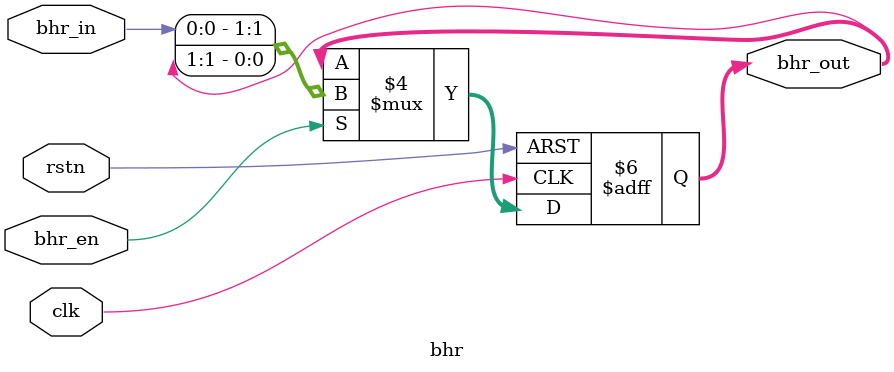
<source format=v>
module bhr #(parameter REGSIZE=2)(
input       clk,
input       rstn,
input       bhr_en,
input       bhr_in,

output reg [REGSIZE-1:0] bhr_out
);


integer i;

always@(posedge clk or negedge rstn)
begin
if(~rstn)
  bhr_out <= 0;
else 
  begin
    if(bhr_en)
       bhr_out <= {bhr_in, bhr_out[REGSIZE-1:1]};
    else
       bhr_out <= bhr_out;
  end
end

endmodule

</source>
